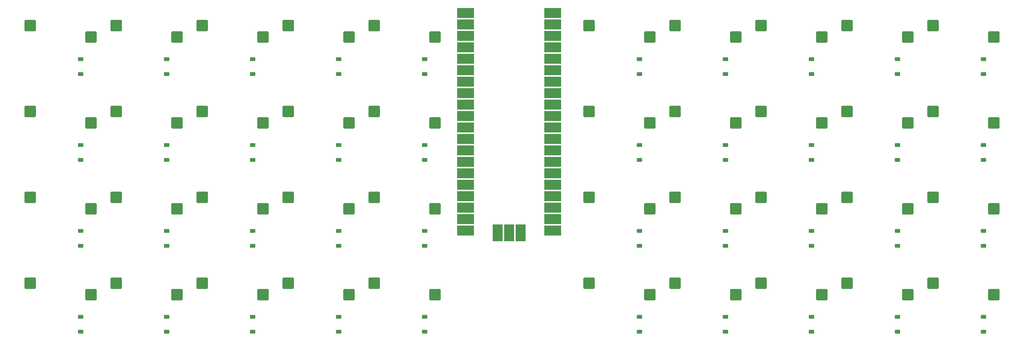
<source format=gbr>
%TF.GenerationSoftware,KiCad,Pcbnew,9.0.4*%
%TF.CreationDate,2025-09-26T22:16:16-05:00*%
%TF.ProjectId,loongcat40,6c6f6f6e-6763-4617-9434-302e6b696361,rev?*%
%TF.SameCoordinates,Original*%
%TF.FileFunction,Paste,Top*%
%TF.FilePolarity,Positive*%
%FSLAX46Y46*%
G04 Gerber Fmt 4.6, Leading zero omitted, Abs format (unit mm)*
G04 Created by KiCad (PCBNEW 9.0.4) date 2025-09-26 22:16:16*
%MOMM*%
%LPD*%
G01*
G04 APERTURE LIST*
G04 Aperture macros list*
%AMRoundRect*
0 Rectangle with rounded corners*
0 $1 Rounding radius*
0 $2 $3 $4 $5 $6 $7 $8 $9 X,Y pos of 4 corners*
0 Add a 4 corners polygon primitive as box body*
4,1,4,$2,$3,$4,$5,$6,$7,$8,$9,$2,$3,0*
0 Add four circle primitives for the rounded corners*
1,1,$1+$1,$2,$3*
1,1,$1+$1,$4,$5*
1,1,$1+$1,$6,$7*
1,1,$1+$1,$8,$9*
0 Add four rect primitives between the rounded corners*
20,1,$1+$1,$2,$3,$4,$5,0*
20,1,$1+$1,$4,$5,$6,$7,0*
20,1,$1+$1,$6,$7,$8,$9,0*
20,1,$1+$1,$8,$9,$2,$3,0*%
G04 Aperture macros list end*
%ADD10RoundRect,0.250000X-1.025000X-1.000000X1.025000X-1.000000X1.025000X1.000000X-1.025000X1.000000X0*%
%ADD11R,3.800000X2.200000*%
%ADD12R,2.200000X3.800000*%
%ADD13RoundRect,0.225000X0.375000X-0.225000X0.375000X0.225000X-0.375000X0.225000X-0.375000X-0.225000X0*%
G04 APERTURE END LIST*
D10*
%TO.C,SW37*%
X188335000Y-92710000D03*
X174885000Y-90170000D03*
%TD*%
%TO.C,SW40*%
X245485000Y-92710000D03*
X232035000Y-90170000D03*
%TD*%
%TO.C,SW39*%
X226435000Y-92710000D03*
X212985000Y-90170000D03*
%TD*%
%TO.C,SW38*%
X207385000Y-92710000D03*
X193935000Y-90170000D03*
%TD*%
%TO.C,SW36*%
X169285000Y-92710000D03*
X155835000Y-90170000D03*
%TD*%
%TO.C,SW35*%
X121660000Y-92710000D03*
X108210000Y-90170000D03*
%TD*%
%TO.C,SW34*%
X102610000Y-92710000D03*
X89160000Y-90170000D03*
%TD*%
%TO.C,SW33*%
X83560000Y-92710000D03*
X70110000Y-90170000D03*
%TD*%
%TO.C,SW32*%
X64510000Y-92710000D03*
X51060000Y-90170000D03*
%TD*%
%TO.C,SW31*%
X45460000Y-92710000D03*
X32010000Y-90170000D03*
%TD*%
%TO.C,SW30*%
X245485000Y-73660000D03*
X232035000Y-71120000D03*
%TD*%
%TO.C,SW29*%
X226435000Y-73660000D03*
X212985000Y-71120000D03*
%TD*%
%TO.C,SW28*%
X207385000Y-73660000D03*
X193935000Y-71120000D03*
%TD*%
%TO.C,SW27*%
X188335000Y-73660000D03*
X174885000Y-71120000D03*
%TD*%
%TO.C,SW26*%
X169285000Y-73660000D03*
X155835000Y-71120000D03*
%TD*%
%TO.C,SW25*%
X121660000Y-73660000D03*
X108210000Y-71120000D03*
%TD*%
%TO.C,SW24*%
X102610000Y-73660000D03*
X89160000Y-71120000D03*
%TD*%
%TO.C,SW23*%
X83560000Y-73660000D03*
X70110000Y-71120000D03*
%TD*%
%TO.C,SW22*%
X64510000Y-73660000D03*
X51060000Y-71120000D03*
%TD*%
%TO.C,SW21*%
X45460000Y-73660000D03*
X32010000Y-71120000D03*
%TD*%
%TO.C,SW20*%
X245485000Y-54610000D03*
X232035000Y-52070000D03*
%TD*%
%TO.C,SW19*%
X226435000Y-54610000D03*
X212985000Y-52070000D03*
%TD*%
%TO.C,SW18*%
X207385000Y-54610000D03*
X193935000Y-52070000D03*
%TD*%
%TO.C,SW17*%
X188335000Y-54610000D03*
X174885000Y-52070000D03*
%TD*%
%TO.C,SW16*%
X169285000Y-54610000D03*
X155835000Y-52070000D03*
%TD*%
%TO.C,SW15*%
X121660000Y-54610000D03*
X108210000Y-52070000D03*
%TD*%
%TO.C,SW14*%
X102610000Y-54610000D03*
X89160000Y-52070000D03*
%TD*%
%TO.C,SW13*%
X83560000Y-54610000D03*
X70110000Y-52070000D03*
%TD*%
%TO.C,SW12*%
X64510000Y-54610000D03*
X51060000Y-52070000D03*
%TD*%
%TO.C,SW11*%
X45460000Y-54610000D03*
X32010000Y-52070000D03*
%TD*%
%TO.C,SW10*%
X245485000Y-35560000D03*
X232035000Y-33020000D03*
%TD*%
%TO.C,SW9*%
X226435000Y-35560000D03*
X212985000Y-33020000D03*
%TD*%
%TO.C,SW8*%
X207385000Y-35560000D03*
X193935000Y-33020000D03*
%TD*%
%TO.C,SW7*%
X188335000Y-35560000D03*
X174885000Y-33020000D03*
%TD*%
%TO.C,SW6*%
X169285000Y-35560000D03*
X155835000Y-33020000D03*
%TD*%
%TO.C,SW5*%
X121660000Y-35560000D03*
X108210000Y-33020000D03*
%TD*%
%TO.C,SW4*%
X102610000Y-35560000D03*
X89160000Y-33020000D03*
%TD*%
%TO.C,SW3*%
X83560000Y-35560000D03*
X70110000Y-33020000D03*
%TD*%
%TO.C,SW2*%
X64510000Y-35560000D03*
X51060000Y-33020000D03*
%TD*%
%TO.C,SW1*%
X45460000Y-35560000D03*
X32010000Y-33020000D03*
%TD*%
D11*
%TO.C,A2*%
X128422500Y-30177500D03*
X128422500Y-32717500D03*
X128422500Y-35257500D03*
X128422500Y-37797500D03*
X128422500Y-40337500D03*
X128422500Y-42877500D03*
X128422500Y-45417500D03*
X128422500Y-47957500D03*
X128422500Y-50497500D03*
X128422500Y-53037500D03*
X128422500Y-55577500D03*
X128422500Y-58117500D03*
X128422500Y-60657500D03*
X128422500Y-63197500D03*
X128422500Y-65737500D03*
X128422500Y-68277500D03*
X128422500Y-70817500D03*
X128422500Y-73357500D03*
X128422500Y-75897500D03*
X128422500Y-78437500D03*
D12*
X135572500Y-79007500D03*
X138112500Y-79007500D03*
X140652500Y-79007500D03*
D11*
X147802500Y-30177500D03*
X147802500Y-32717500D03*
X147802500Y-35257500D03*
X147802500Y-37797500D03*
X147802500Y-40337500D03*
X147802500Y-42877500D03*
X147802500Y-45417500D03*
X147802500Y-47957500D03*
X147802500Y-50497500D03*
X147802500Y-53037500D03*
X147802500Y-55577500D03*
X147802500Y-58117500D03*
X147802500Y-60657500D03*
X147802500Y-63197500D03*
X147802500Y-65737500D03*
X147802500Y-68277500D03*
X147802500Y-70817500D03*
X147802500Y-73357500D03*
X147802500Y-75897500D03*
X147802500Y-78437500D03*
%TD*%
D13*
%TO.C,D14*%
X100330000Y-62830000D03*
X100330000Y-59530000D03*
%TD*%
%TO.C,D12*%
X62230000Y-62830000D03*
X62230000Y-59530000D03*
%TD*%
%TO.C,D4*%
X100330000Y-43780000D03*
X100330000Y-40480000D03*
%TD*%
%TO.C,D2*%
X62230000Y-43780000D03*
X62230000Y-40480000D03*
%TD*%
%TO.C,D15*%
X119380000Y-62830000D03*
X119380000Y-59530000D03*
%TD*%
%TO.C,D5*%
X119380000Y-43780000D03*
X119380000Y-40480000D03*
%TD*%
%TO.C,D27*%
X186055000Y-81880000D03*
X186055000Y-78580000D03*
%TD*%
%TO.C,D17*%
X186055000Y-62830000D03*
X186055000Y-59530000D03*
%TD*%
%TO.C,D23*%
X81280000Y-81880000D03*
X81280000Y-78580000D03*
%TD*%
%TO.C,D1*%
X43180000Y-43780000D03*
X43180000Y-40480000D03*
%TD*%
%TO.C,D25*%
X119380000Y-81880000D03*
X119380000Y-78580000D03*
%TD*%
%TO.C,D33*%
X81280000Y-100930000D03*
X81280000Y-97630000D03*
%TD*%
%TO.C,D36*%
X167005000Y-100930000D03*
X167005000Y-97630000D03*
%TD*%
%TO.C,D18*%
X205105000Y-62830000D03*
X205105000Y-59530000D03*
%TD*%
%TO.C,D30*%
X243205000Y-81880000D03*
X243205000Y-78580000D03*
%TD*%
%TO.C,D31*%
X43180000Y-100930000D03*
X43180000Y-97630000D03*
%TD*%
%TO.C,D20*%
X243205000Y-62830000D03*
X243205000Y-59530000D03*
%TD*%
%TO.C,D32*%
X62230000Y-100930000D03*
X62230000Y-97630000D03*
%TD*%
%TO.C,D28*%
X205105000Y-81880000D03*
X205105000Y-78580000D03*
%TD*%
%TO.C,D10*%
X243205000Y-43780000D03*
X243205000Y-40480000D03*
%TD*%
%TO.C,D24*%
X100330000Y-81880000D03*
X100330000Y-78580000D03*
%TD*%
%TO.C,D26*%
X167005000Y-81880000D03*
X167005000Y-78580000D03*
%TD*%
%TO.C,D29*%
X224155000Y-81880000D03*
X224155000Y-78580000D03*
%TD*%
%TO.C,D35*%
X119380000Y-100930000D03*
X119380000Y-97630000D03*
%TD*%
%TO.C,D21*%
X43180000Y-81880000D03*
X43180000Y-78580000D03*
%TD*%
%TO.C,D34*%
X100330000Y-100930000D03*
X100330000Y-97630000D03*
%TD*%
%TO.C,D37*%
X186055000Y-100930000D03*
X186055000Y-97630000D03*
%TD*%
%TO.C,D40*%
X243205000Y-100930000D03*
X243205000Y-97630000D03*
%TD*%
%TO.C,D13*%
X81280000Y-62830000D03*
X81280000Y-59530000D03*
%TD*%
%TO.C,D16*%
X167005000Y-62830000D03*
X167005000Y-59530000D03*
%TD*%
%TO.C,D9*%
X224155000Y-43780000D03*
X224155000Y-40480000D03*
%TD*%
%TO.C,D6*%
X167005000Y-43780000D03*
X167005000Y-40480000D03*
%TD*%
%TO.C,D3*%
X81280000Y-43780000D03*
X81280000Y-40480000D03*
%TD*%
%TO.C,D19*%
X224155000Y-62830000D03*
X224155000Y-59530000D03*
%TD*%
%TO.C,D11*%
X43180000Y-62830000D03*
X43180000Y-59530000D03*
%TD*%
%TO.C,D22*%
X62230000Y-81880000D03*
X62230000Y-78580000D03*
%TD*%
%TO.C,D38*%
X205105000Y-100930000D03*
X205105000Y-97630000D03*
%TD*%
%TO.C,D8*%
X205105000Y-43780000D03*
X205105000Y-40480000D03*
%TD*%
%TO.C,D7*%
X186055000Y-43780000D03*
X186055000Y-40480000D03*
%TD*%
%TO.C,D39*%
X224155000Y-100930000D03*
X224155000Y-97630000D03*
%TD*%
M02*

</source>
